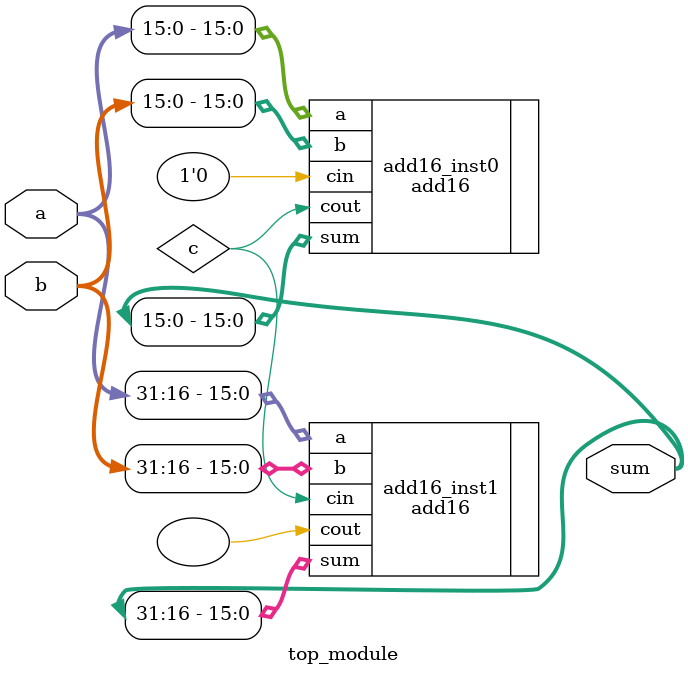
<source format=v>
module top_module(
    input [31:0] a,
    input [31:0] b,
    output [31:0] sum
);

wire c;

add16 add16_inst0 (
     .a    (a[15:0])
    ,.b    (b[15:0])
    ,.cin  (1'b0)
    ,.cout (c)
    ,.sum  (sum[15:0])
);

add16 add16_inst1 (
     .a    (a[31:16])
    ,.b    (b[31:16])
    ,.cin  (c)
    ,.cout ()
    ,.sum  (sum[31:16])
);

endmodule
</source>
